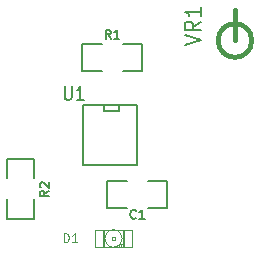
<source format=gto>
G04 (created by PCBNEW (2013-07-07 BZR 4022)-stable) date 10/4/2013 1:03:36 AM*
%MOIN*%
G04 Gerber Fmt 3.4, Leading zero omitted, Abs format*
%FSLAX34Y34*%
G01*
G70*
G90*
G04 APERTURE LIST*
%ADD10C,0.00590551*%
%ADD11C,0.005*%
%ADD12C,0.015*%
%ADD13C,0.0026*%
%ADD14C,0.004*%
%ADD15C,0.008*%
%ADD16C,0.0035*%
G04 APERTURE END LIST*
G54D10*
G54D11*
X88000Y-54050D02*
X88000Y-56050D01*
X88000Y-56050D02*
X86200Y-56050D01*
X86200Y-56050D02*
X86200Y-54050D01*
X86200Y-54050D02*
X88000Y-54050D01*
X87400Y-54050D02*
X87400Y-54250D01*
X87400Y-54250D02*
X86900Y-54250D01*
X86900Y-54250D02*
X86900Y-54050D01*
X87000Y-56575D02*
X87000Y-57475D01*
X87000Y-57475D02*
X87650Y-57475D01*
X88350Y-56575D02*
X89000Y-56575D01*
X89000Y-56575D02*
X89000Y-57475D01*
X89000Y-57475D02*
X88350Y-57475D01*
X87650Y-56575D02*
X87000Y-56575D01*
X88160Y-52910D02*
X88160Y-52010D01*
X88160Y-52010D02*
X87510Y-52010D01*
X86810Y-52910D02*
X86160Y-52910D01*
X86160Y-52910D02*
X86160Y-52010D01*
X86160Y-52010D02*
X86810Y-52010D01*
X87510Y-52910D02*
X88160Y-52910D01*
X84550Y-55850D02*
X83650Y-55850D01*
X83650Y-55850D02*
X83650Y-56500D01*
X84550Y-57200D02*
X84550Y-57850D01*
X84550Y-57850D02*
X83650Y-57850D01*
X83650Y-57850D02*
X83650Y-57200D01*
X84550Y-56500D02*
X84550Y-55850D01*
G54D12*
X91250Y-51900D02*
X91250Y-50900D01*
X91809Y-51900D02*
G75*
G03X91809Y-51900I-559J0D01*
G74*
G01*
G54D13*
X87161Y-58539D02*
X87239Y-58539D01*
X87239Y-58539D02*
X87239Y-58461D01*
X87161Y-58461D02*
X87239Y-58461D01*
X87161Y-58539D02*
X87161Y-58461D01*
X87377Y-58775D02*
X87514Y-58775D01*
X87514Y-58775D02*
X87514Y-58677D01*
X87377Y-58677D02*
X87514Y-58677D01*
X87377Y-58775D02*
X87377Y-58677D01*
X87514Y-58775D02*
X87554Y-58775D01*
X87554Y-58775D02*
X87554Y-58304D01*
X87514Y-58304D02*
X87554Y-58304D01*
X87514Y-58775D02*
X87514Y-58304D01*
X87514Y-58284D02*
X87554Y-58284D01*
X87554Y-58284D02*
X87554Y-58225D01*
X87514Y-58225D02*
X87554Y-58225D01*
X87514Y-58284D02*
X87514Y-58225D01*
X86846Y-58775D02*
X86886Y-58775D01*
X86886Y-58775D02*
X86886Y-58304D01*
X86846Y-58304D02*
X86886Y-58304D01*
X86846Y-58775D02*
X86846Y-58304D01*
X86846Y-58284D02*
X86886Y-58284D01*
X86886Y-58284D02*
X86886Y-58225D01*
X86846Y-58225D02*
X86886Y-58225D01*
X86846Y-58284D02*
X86846Y-58225D01*
X87377Y-58775D02*
X87436Y-58775D01*
X87436Y-58775D02*
X87436Y-58677D01*
X87377Y-58677D02*
X87436Y-58677D01*
X87377Y-58775D02*
X87377Y-58677D01*
G54D14*
X87810Y-58795D02*
X86590Y-58795D01*
X86590Y-58795D02*
X86590Y-58205D01*
X86590Y-58205D02*
X87810Y-58205D01*
X87810Y-58205D02*
X87810Y-58795D01*
X86984Y-58696D02*
G75*
G03X87416Y-58695I215J196D01*
G74*
G01*
X86984Y-58303D02*
G75*
G03X86983Y-58695I215J-196D01*
G74*
G01*
X87415Y-58303D02*
G75*
G03X86983Y-58304I-215J-196D01*
G74*
G01*
X87415Y-58696D02*
G75*
G03X87416Y-58304I-215J196D01*
G74*
G01*
G54D11*
X85575Y-53432D02*
X85575Y-53796D01*
X85594Y-53839D01*
X85613Y-53860D01*
X85651Y-53882D01*
X85727Y-53882D01*
X85765Y-53860D01*
X85784Y-53839D01*
X85803Y-53796D01*
X85803Y-53432D01*
X86203Y-53882D02*
X85975Y-53882D01*
X86089Y-53882D02*
X86089Y-53432D01*
X86051Y-53496D01*
X86013Y-53539D01*
X85975Y-53560D01*
X87950Y-57812D02*
X87935Y-57827D01*
X87892Y-57841D01*
X87864Y-57841D01*
X87821Y-57827D01*
X87792Y-57798D01*
X87778Y-57770D01*
X87764Y-57712D01*
X87764Y-57670D01*
X87778Y-57612D01*
X87792Y-57584D01*
X87821Y-57555D01*
X87864Y-57541D01*
X87892Y-57541D01*
X87935Y-57555D01*
X87950Y-57570D01*
X88235Y-57841D02*
X88064Y-57841D01*
X88150Y-57841D02*
X88150Y-57541D01*
X88121Y-57584D01*
X88092Y-57612D01*
X88064Y-57627D01*
X87110Y-51841D02*
X87010Y-51698D01*
X86938Y-51841D02*
X86938Y-51541D01*
X87052Y-51541D01*
X87081Y-51555D01*
X87095Y-51570D01*
X87110Y-51598D01*
X87110Y-51641D01*
X87095Y-51670D01*
X87081Y-51684D01*
X87052Y-51698D01*
X86938Y-51698D01*
X87395Y-51841D02*
X87224Y-51841D01*
X87310Y-51841D02*
X87310Y-51541D01*
X87281Y-51584D01*
X87252Y-51612D01*
X87224Y-51627D01*
X85041Y-56910D02*
X84898Y-57010D01*
X85041Y-57081D02*
X84741Y-57081D01*
X84741Y-56967D01*
X84755Y-56938D01*
X84770Y-56924D01*
X84798Y-56910D01*
X84841Y-56910D01*
X84870Y-56924D01*
X84884Y-56938D01*
X84898Y-56967D01*
X84898Y-57081D01*
X84770Y-56795D02*
X84755Y-56781D01*
X84741Y-56752D01*
X84741Y-56681D01*
X84755Y-56652D01*
X84770Y-56638D01*
X84798Y-56624D01*
X84827Y-56624D01*
X84870Y-56638D01*
X85041Y-56810D01*
X85041Y-56624D01*
G54D15*
X89572Y-52054D02*
X90122Y-51888D01*
X89572Y-51721D01*
X90122Y-51269D02*
X89860Y-51435D01*
X90122Y-51554D02*
X89572Y-51554D01*
X89572Y-51364D01*
X89598Y-51316D01*
X89625Y-51292D01*
X89677Y-51269D01*
X89755Y-51269D01*
X89808Y-51292D01*
X89834Y-51316D01*
X89860Y-51364D01*
X89860Y-51554D01*
X90122Y-50792D02*
X90122Y-51078D01*
X90122Y-50935D02*
X89572Y-50935D01*
X89651Y-50983D01*
X89703Y-51030D01*
X89729Y-51078D01*
G54D16*
X85538Y-58621D02*
X85538Y-58321D01*
X85610Y-58321D01*
X85652Y-58335D01*
X85681Y-58364D01*
X85695Y-58392D01*
X85710Y-58450D01*
X85710Y-58492D01*
X85695Y-58550D01*
X85681Y-58578D01*
X85652Y-58607D01*
X85610Y-58621D01*
X85538Y-58621D01*
X85995Y-58621D02*
X85824Y-58621D01*
X85910Y-58621D02*
X85910Y-58321D01*
X85881Y-58364D01*
X85852Y-58392D01*
X85824Y-58407D01*
M02*

</source>
